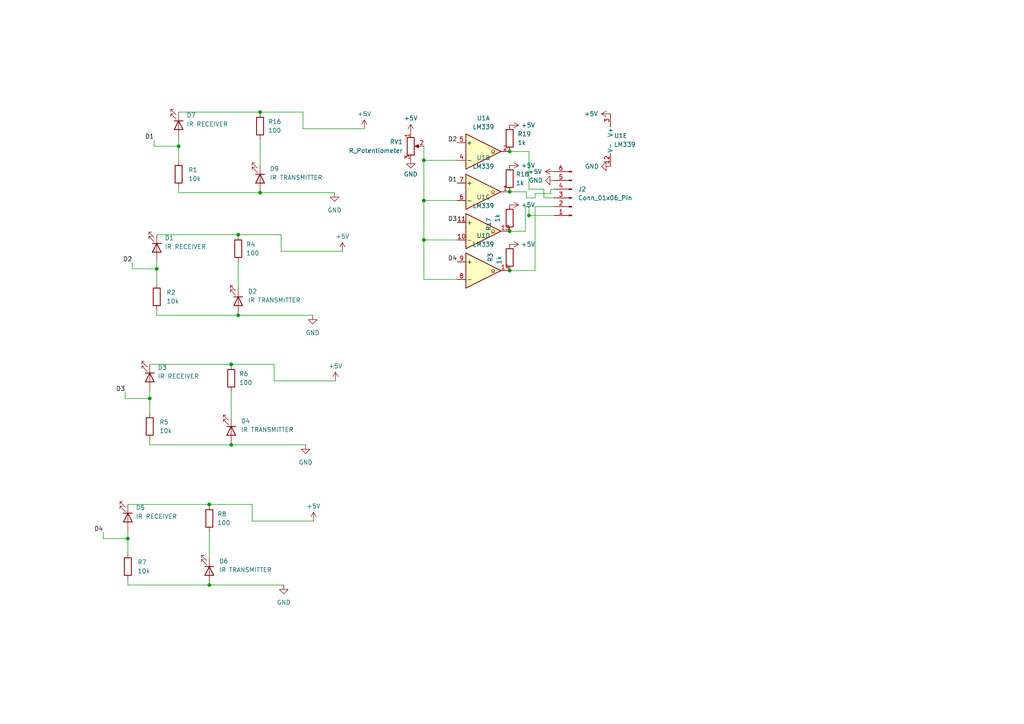
<source format=kicad_sch>
(kicad_sch (version 20230121) (generator eeschema)
  (paper "A4")
  (lib_symbols
    (symbol "Comparator:LM339" (pin_names (offset 0.127))
      (property "Reference" "U" (at 0 5.08 0))
      (property "Value" "LM339" (at 0 -5.08 0))
      (symbol "LM339_1_1"
        (polyline (pts (xy -5.08 5.08) (xy 5.08 0) (xy -5.08 -5.08) (xy -5.08 5.08)) (stroke (width 0.254)) (fill (type background)))
        (polyline (pts (xy 3.302 -0.508) (xy 2.794 -0.508) (xy 3.302 0) (xy 2.794 0.508) (xy 2.286 0) (xy 2.794 -0.508) (xy 2.286 -0.508)) (stroke (width 0.127)))
        (pin open_collector line (at 7.62 0 180) (length 2.54) (name "~") (number "2"))
        (pin input line (at -7.62 -2.54 0) (length 2.54) (name "-") (number "4"))
        (pin input line (at -7.62 2.54 0) (length 2.54) (name "+") (number "5"))
      )
      (symbol "LM339_2_1"
        (polyline (pts (xy -5.08 5.08) (xy 5.08 0) (xy -5.08 -5.08) (xy -5.08 5.08)) (stroke (width 0.254)) (fill (type background)))
        (polyline (pts (xy 3.302 -0.508) (xy 2.794 -0.508) (xy 3.302 0) (xy 2.794 0.508) (xy 2.286 0) (xy 2.794 -0.508) (xy 2.286 -0.508)) (stroke (width 0.127)))
        (pin open_collector line (at 7.62 0 180) (length 2.54) (name "~") (number "1"))
        (pin input line (at -7.62 -2.54 0) (length 2.54) (name "-") (number "6"))
        (pin input line (at -7.62 2.54 0) (length 2.54) (name "+") (number "7"))
      )
      (symbol "LM339_3_1"
        (polyline (pts (xy -5.08 5.08) (xy 5.08 0) (xy -5.08 -5.08) (xy -5.08 5.08)) (stroke (width 0.254)) (fill (type background)))
        (polyline (pts (xy 3.302 -0.508) (xy 2.794 -0.508) (xy 3.302 0) (xy 2.794 0.508) (xy 2.286 0) (xy 2.794 -0.508) (xy 2.286 -0.508)) (stroke (width 0.127)))
        (pin input line (at -7.62 -2.54 0) (length 2.54) (name "-") (number "10"))
        (pin input line (at -7.62 2.54 0) (length 2.54) (name "+") (number "11"))
        (pin open_collector line (at 7.62 0 180) (length 2.54) (name "~") (number "13"))
      )
      (symbol "LM339_4_1"
        (polyline (pts (xy -5.08 5.08) (xy 5.08 0) (xy -5.08 -5.08) (xy -5.08 5.08)) (stroke (width 0.254)) (fill (type background)))
        (polyline (pts (xy 3.302 -0.508) (xy 2.794 -0.508) (xy 3.302 0) (xy 2.794 0.508) (xy 2.286 0) (xy 2.794 -0.508) (xy 2.286 -0.508)) (stroke (width 0.127)))
        (pin open_collector line (at 7.62 0 180) (length 2.54) (name "~") (number "14"))
        (pin input line (at -7.62 -2.54 0) (length 2.54) (name "-") (number "8"))
        (pin input line (at -7.62 2.54 0) (length 2.54) (name "+") (number "9"))
      )
      (symbol "LM339_5_1"
        (pin power_in line (at -2.54 -7.62 90) (length 3.81) (name "V-") (number "12"))
        (pin power_in line (at -2.54 7.62 270) (length 3.81) (name "V+") (number "3"))
      )
    )
    (symbol "Connector:Conn_01x06_Pin" (pin_names (offset 1.016) hide)
      (property "Reference" "J" (at 0 7.62 0))
      (property "Value" "Conn_01x06_Pin" (at 0 -10.16 0))
      (symbol "Conn_01x06_Pin_1_1"
        (polyline (pts (xy 1.27 -7.62) (xy 0.8636 -7.62)) (stroke (width 0.1524)))
        (polyline (pts (xy 1.27 -5.08) (xy 0.8636 -5.08)) (stroke (width 0.1524)))
        (polyline (pts (xy 1.27 -2.54) (xy 0.8636 -2.54)) (stroke (width 0.1524)))
        (polyline (pts (xy 1.27 0) (xy 0.8636 0)) (stroke (width 0.1524)))
        (polyline (pts (xy 1.27 2.54) (xy 0.8636 2.54)) (stroke (width 0.1524)))
        (polyline (pts (xy 1.27 5.08) (xy 0.8636 5.08)) (stroke (width 0.1524)))
        (rectangle (start 0.8636 -7.493) (end 0 -7.747) (stroke (width 0.1524)) (fill (type outline)))
        (rectangle (start 0.8636 -4.953) (end 0 -5.207) (stroke (width 0.1524)) (fill (type outline)))
        (rectangle (start 0.8636 -2.413) (end 0 -2.667) (stroke (width 0.1524)) (fill (type outline)))
        (rectangle (start 0.8636 0.127) (end 0 -0.127) (stroke (width 0.1524)) (fill (type outline)))
        (rectangle (start 0.8636 2.667) (end 0 2.413) (stroke (width 0.1524)) (fill (type outline)))
        (rectangle (start 0.8636 5.207) (end 0 4.953) (stroke (width 0.1524)) (fill (type outline)))
        (pin passive line (at 5.08 5.08 180) (length 3.81) (name "Pin_1") (number "1"))
        (pin passive line (at 5.08 2.54 180) (length 3.81) (name "Pin_2") (number "2"))
        (pin passive line (at 5.08 0 180) (length 3.81) (name "Pin_3") (number "3"))
        (pin passive line (at 5.08 -2.54 180) (length 3.81) (name "Pin_4") (number "4"))
        (pin passive line (at 5.08 -5.08 180) (length 3.81) (name "Pin_5") (number "5"))
        (pin passive line (at 5.08 -7.62 180) (length 3.81) (name "Pin_6") (number "6"))
      )
    )
    (symbol "Device:LED" (pin_numbers hide) (pin_names (offset 1.016) hide)
      (property "Reference" "D" (at 0 2.54 0))
      (property "Value" "LED" (at 0 -2.54 0))
      (symbol "LED_0_1"
        (polyline (pts (xy -1.27 -1.27) (xy -1.27 1.27)) (stroke (width 0.254)))
        (polyline (pts (xy -1.27 0) (xy 1.27 0)))
        (polyline (pts (xy 1.27 -1.27) (xy 1.27 1.27) (xy -1.27 0) (xy 1.27 -1.27)) (stroke (width 0.254)))
        (polyline (pts (xy -3.048 -0.762) (xy -4.572 -2.286) (xy -3.81 -2.286) (xy -4.572 -2.286) (xy -4.572 -1.524)))
        (polyline (pts (xy -1.778 -0.762) (xy -3.302 -2.286) (xy -2.54 -2.286) (xy -3.302 -2.286) (xy -3.302 -1.524)))
      )
      (symbol "LED_1_1"
        (pin passive line (at -3.81 0 0) (length 2.54) (name "K") (number "1"))
        (pin passive line (at 3.81 0 180) (length 2.54) (name "A") (number "2"))
      )
    )
    (symbol "Device:R" (pin_numbers hide) (pin_names (offset 0))
      (property "Reference" "R" (at 2.032 0 90))
      (property "Value" "R" (at 0 0 90))
      (symbol "R_0_1"
        (rectangle (start -1.016 -2.54) (end 1.016 2.54) (stroke (width 0.254)))
      )
      (symbol "R_1_1"
        (pin passive line (at 0 3.81 270) (length 1.27) (name "~") (number "1"))
        (pin passive line (at 0 -3.81 90) (length 1.27) (name "~") (number "2"))
      )
    )
    (symbol "Device:R_Potentiometer" (pin_names (offset 1.016) hide)
      (property "Reference" "RV" (at -4.445 0 90))
      (property "Value" "R_Potentiometer" (at -2.54 0 90))
      (symbol "R_Potentiometer_0_1"
        (polyline (pts (xy 2.54 0) (xy 1.524 0)))
        (polyline (pts (xy 1.143 0) (xy 2.286 0.508) (xy 2.286 -0.508) (xy 1.143 0)) (fill (type outline)))
        (rectangle (start 1.016 2.54) (end -1.016 -2.54) (stroke (width 0.254)))
      )
      (symbol "R_Potentiometer_1_1"
        (pin passive line (at 0 3.81 270) (length 1.27) (name "1") (number "1"))
        (pin passive line (at 3.81 0 180) (length 1.27) (name "2") (number "2"))
        (pin passive line (at 0 -3.81 90) (length 1.27) (name "3") (number "3"))
      )
    )
    (symbol "power:+5V" (power) (pin_names (offset 0))
      (property "Value" "+5V" (at 0 3.556 0))
      (symbol "+5V_0_1"
        (polyline (pts (xy -0.762 1.27) (xy 0 2.54)))
        (polyline (pts (xy 0 0) (xy 0 2.54)))
        (polyline (pts (xy 0 2.54) (xy 0.762 1.27)))
      )
      (symbol "+5V_1_1"
        (pin power_in line (at 0 0 90) (length 0) hide (name "+5V") (number "1"))
      )
    )
    (symbol "power:GND" (power) (pin_names (offset 0))
      (property "Value" "GND" (at 0 -3.81 0))
      (symbol "GND_0_1"
        (polyline (pts (xy 0 0) (xy 0 -1.27) (xy 1.27 -1.27) (xy 0 -2.54) (xy -1.27 -1.27) (xy 0 -1.27)))
      )
      (symbol "GND_1_1"
        (pin power_in line (at 0 0 270) (length 0) hide (name "GND") (number "1"))
      )
    )
  )
  (junction (at 153.416 62.484))
  (junction (at 147.828 78.486))
  (junction (at 122.936 69.596))
  (junction (at 147.828 43.942))
  (junction (at 67.056 129.032))
  (junction (at 147.828 67.056))
  (junction (at 75.438 55.88))
  (junction (at 45.466 77.978))
  (junction (at 51.816 42.418))
  (junction (at 37.084 156.21))
  (junction (at 75.438 32.512))
  (junction (at 69.088 68.072))
  (junction (at 147.828 55.626))
  (junction (at 60.706 169.672))
  (junction (at 43.434 115.57))
  (junction (at 67.056 105.664))
  (junction (at 60.706 146.304))
  (junction (at 122.936 58.166))
  (junction (at 69.088 91.44))
  (junction (at 122.936 46.482))
  (wire (pts (xy 45.466 89.916) (xy 45.466 91.44)))
  (wire (pts (xy 82.296 169.672) (xy 60.706 169.672)))
  (wire (pts (xy 51.816 54.356) (xy 51.816 55.88)))
  (wire (pts (xy 37.084 146.304) (xy 60.706 146.304)))
  (wire (pts (xy 69.088 75.946) (xy 69.088 83.566)))
  (wire (pts (xy 152.4 59.944) (xy 153.416 59.944)))
  (wire (pts (xy 43.434 119.888) (xy 43.434 115.57)))
  (wire (pts (xy 147.828 43.942) (xy 153.416 43.942)))
  (wire (pts (xy 60.706 146.304) (xy 60.706 146.558)))
  (wire (pts (xy 37.084 169.672) (xy 60.706 169.672)))
  (wire (pts (xy 73.152 146.304) (xy 60.706 146.304)))
  (wire (pts (xy 155.194 57.404) (xy 155.194 56.134)))
  (wire (pts (xy 132.588 81.026) (xy 122.936 81.026)))
  (wire (pts (xy 155.194 59.944) (xy 155.194 78.486)))
  (wire (pts (xy 122.936 69.596) (xy 122.936 81.026)))
  (wire (pts (xy 43.434 105.664) (xy 67.056 105.664)))
  (wire (pts (xy 87.884 32.512) (xy 75.438 32.512)))
  (wire (pts (xy 67.056 105.664) (xy 67.056 105.918)))
  (wire (pts (xy 75.438 32.512) (xy 75.438 32.766)))
  (wire (pts (xy 122.936 46.482) (xy 122.936 58.166)))
  (wire (pts (xy 51.816 42.418) (xy 51.816 40.132)))
  (wire (pts (xy 75.438 55.626) (xy 75.438 55.88)))
  (wire (pts (xy 43.434 127.508) (xy 43.434 129.032)))
  (wire (pts (xy 153.416 59.944) (xy 153.416 62.484)))
  (wire (pts (xy 155.194 78.486) (xy 147.828 78.486)))
  (wire (pts (xy 81.534 68.072) (xy 69.088 68.072)))
  (wire (pts (xy 45.466 91.44) (xy 69.088 91.44)))
  (wire (pts (xy 152.654 57.404) (xy 155.194 57.404)))
  (wire (pts (xy 81.534 72.898) (xy 81.534 68.072)))
  (wire (pts (xy 152.4 59.944) (xy 152.4 67.056)))
  (wire (pts (xy 79.502 105.664) (xy 67.056 105.664)))
  (wire (pts (xy 122.936 42.418) (xy 122.936 46.482)))
  (wire (pts (xy 90.678 91.44) (xy 69.088 91.44)))
  (wire (pts (xy 152.4 67.056) (xy 147.828 67.056)))
  (wire (pts (xy 45.466 68.072) (xy 69.088 68.072)))
  (wire (pts (xy 38.354 76.2) (xy 38.354 77.978)))
  (wire (pts (xy 43.434 115.57) (xy 43.434 113.284)))
  (wire (pts (xy 44.704 42.418) (xy 51.816 42.418)))
  (wire (pts (xy 97.282 110.49) (xy 79.502 110.49)))
  (wire (pts (xy 43.434 129.032) (xy 67.056 129.032)))
  (wire (pts (xy 69.088 68.072) (xy 69.088 68.326)))
  (wire (pts (xy 152.654 57.404) (xy 152.654 55.626)))
  (wire (pts (xy 105.664 37.338) (xy 87.884 37.338)))
  (wire (pts (xy 79.502 110.49) (xy 79.502 105.664)))
  (wire (pts (xy 153.416 54.864) (xy 157.734 54.864)))
  (wire (pts (xy 37.084 156.21) (xy 37.084 153.924)))
  (wire (pts (xy 159.766 54.864) (xy 160.782 54.864)))
  (wire (pts (xy 36.322 115.57) (xy 43.434 115.57)))
  (wire (pts (xy 153.416 54.864) (xy 153.416 43.942)))
  (wire (pts (xy 29.972 156.21) (xy 37.084 156.21)))
  (wire (pts (xy 44.704 40.64) (xy 44.704 42.418)))
  (wire (pts (xy 75.438 40.386) (xy 75.438 48.006)))
  (wire (pts (xy 153.416 62.484) (xy 153.416 62.992)))
  (wire (pts (xy 99.314 72.898) (xy 81.534 72.898)))
  (wire (pts (xy 157.734 57.404) (xy 160.782 57.404)))
  (wire (pts (xy 45.466 82.296) (xy 45.466 77.978)))
  (wire (pts (xy 36.322 113.792) (xy 36.322 115.57)))
  (wire (pts (xy 122.936 58.166) (xy 122.936 69.596)))
  (wire (pts (xy 132.588 58.166) (xy 122.936 58.166)))
  (wire (pts (xy 29.972 154.432) (xy 29.972 156.21)))
  (wire (pts (xy 45.466 77.978) (xy 45.466 75.692)))
  (wire (pts (xy 155.194 56.134) (xy 159.766 56.134)))
  (wire (pts (xy 157.734 54.864) (xy 157.734 57.404)))
  (wire (pts (xy 51.816 55.88) (xy 75.438 55.88)))
  (wire (pts (xy 37.084 168.148) (xy 37.084 169.672)))
  (wire (pts (xy 51.816 46.736) (xy 51.816 42.418)))
  (wire (pts (xy 60.706 169.418) (xy 60.706 169.672)))
  (wire (pts (xy 67.056 113.538) (xy 67.056 121.158)))
  (wire (pts (xy 88.646 129.032) (xy 67.056 129.032)))
  (wire (pts (xy 97.028 55.88) (xy 75.438 55.88)))
  (wire (pts (xy 60.706 154.178) (xy 60.706 161.798)))
  (wire (pts (xy 159.766 56.134) (xy 159.766 54.864)))
  (wire (pts (xy 152.654 55.626) (xy 147.828 55.626)))
  (wire (pts (xy 73.152 151.13) (xy 73.152 146.304)))
  (wire (pts (xy 67.056 128.778) (xy 67.056 129.032)))
  (wire (pts (xy 69.088 91.186) (xy 69.088 91.44)))
  (wire (pts (xy 153.416 62.484) (xy 160.782 62.484)))
  (wire (pts (xy 37.084 160.528) (xy 37.084 156.21)))
  (wire (pts (xy 90.932 151.13) (xy 73.152 151.13)))
  (wire (pts (xy 132.588 69.596) (xy 122.936 69.596)))
  (wire (pts (xy 155.194 59.944) (xy 160.782 59.944)))
  (wire (pts (xy 38.354 77.978) (xy 45.466 77.978)))
  (wire (pts (xy 87.884 37.338) (xy 87.884 32.512)))
  (wire (pts (xy 51.816 32.512) (xy 75.438 32.512)))
  (wire (pts (xy 122.936 46.482) (xy 132.588 46.482)))
  (label "D2" (at 132.588 41.402 180))
  (label "D3" (at 132.588 64.516 180))
  (label "D3" (at 36.322 113.792 180))
  (label "D1" (at 44.704 40.64 180))
  (label "D1" (at 132.588 53.086 180))
  (label "D4" (at 132.588 75.946 180))
  (label "D2" (at 38.354 76.2 180))
  (label "D4" (at 29.972 154.432 180))
  (symbol (lib_id "power:+5V") (at 177.038 33.02 90) (unit 1)
    (property "Reference" "#PWR012" (effects hide))
    (property "Value" "+5V" (at 173.482 33.02 90) (effects (justify left)))
  )
  (symbol (lib_id "power:+5V") (at 105.664 37.338 0) (unit 1)
    (property "Reference" "#PWR01" (effects hide))
    (property "Value" "+5V" (at 105.664 33.02 0))
  )
  (symbol (lib_id "Device:LED") (at 69.088 87.376 270) (unit 1)
    (property "Reference" "D2" (at 71.882 84.5185 90) (effects (justify left)))
    (property "Value" "IR TRANSMITTER" (at 71.882 87.0585 90) (effects (justify left)))
    (property "Footprint" "LED_THT:LED_D5.0mm" (effects hide))
  )
  (symbol (lib_id "Device:R") (at 147.828 51.816 180) (unit 1)
    (property "Reference" "R18" (at 149.606 50.546 0) (effects (justify right)))
    (property "Value" "1k" (at 149.606 53.086 0) (effects (justify right)))
    (property "Footprint" "Resistor_SMD:R_1206_3216Metric_Pad1.30x1.75mm_HandSolder" (effects hide))
  )
  (symbol (lib_id "Device:LED") (at 45.466 71.882 270) (unit 1)
    (property "Reference" "D1" (at 47.752 69.0245 90) (effects (justify left)))
    (property "Value" "IR RECEIVER" (at 47.752 71.5645 90) (effects (justify left)))
    (property "Footprint" "LED_THT:LED_D5.0mm" (effects hide))
  )
  (symbol (lib_id "Device:R") (at 147.828 63.246 180) (unit 1)
    (property "Reference" "R17" (at 141.732 65.024 90))
    (property "Value" "1k" (at 144.272 63.246 90))
    (property "Footprint" "Resistor_SMD:R_1206_3216Metric_Pad1.30x1.75mm_HandSolder" (effects hide))
  )
  (symbol (lib_id "power:+5V") (at 147.828 36.322 270) (unit 1)
    (property "Reference" "#PWR011" (effects hide))
    (property "Value" "+5V" (at 151.13 36.322 90) (effects (justify left)))
  )
  (symbol (lib_id "Device:R") (at 43.434 123.698 0) (unit 1)
    (property "Reference" "R5" (at 46.228 122.428 0) (effects (justify left)))
    (property "Value" "10k" (at 46.228 124.968 0) (effects (justify left)))
    (property "Footprint" "Resistor_THT:R_Axial_DIN0411_L9.9mm_D3.6mm_P5.08mm_Vertical" (effects hide))
  )
  (symbol (lib_id "power:GND") (at 97.028 55.88 0) (unit 1)
    (property "Reference" "#PWR02" (effects hide))
    (property "Value" "GND" (at 97.028 60.96 0))
  )
  (symbol (lib_id "Comparator:LM339") (at 140.208 43.942 0) (unit 1)
    (property "Reference" "U1" (at 140.208 34.29 0))
    (property "Value" "LM339" (at 140.208 36.83 0))
    (property "Footprint" "Package_DIP:DIP-14_W7.62mm" (effects hide))
    (property "Datasheet" "https://www.st.com/resource/en/datasheet/lm139.pdf" (effects hide))
  )
  (symbol (lib_id "Connector:Conn_01x06_Pin") (at 165.862 57.404 180) (unit 1)
    (property "Reference" "J2" (at 167.64 54.864 0) (effects (justify right)))
    (property "Value" "Conn_01x06_Pin" (at 167.64 57.404 0) (effects (justify right)))
    (property "Footprint" "Connector_PinHeader_2.54mm:PinHeader_1x06_P2.54mm_Vertical" (effects hide))
  )
  (symbol (lib_id "power:+5V") (at 160.782 49.784 90) (unit 1)
    (property "Reference" "#PWR09" (effects hide))
    (property "Value" "+5V" (at 157.226 49.784 90) (effects (justify left)))
  )
  (symbol (lib_id "Device:LED") (at 75.438 51.816 270) (unit 1)
    (property "Reference" "D9" (at 78.232 48.9585 90) (effects (justify left)))
    (property "Value" "IR TRANSMITTER" (at 78.232 51.4985 90) (effects (justify left)))
    (property "Footprint" "LED_THT:LED_D5.0mm" (effects hide))
  )
  (symbol (lib_id "Device:R") (at 75.438 36.576 0) (unit 1)
    (property "Reference" "R16" (at 77.724 35.306 0) (effects (justify left)))
    (property "Value" "100" (at 77.724 37.846 0) (effects (justify left)))
    (property "Footprint" "Resistor_SMD:R_1206_3216Metric_Pad1.30x1.75mm_HandSolder" (effects hide))
  )
  (symbol (lib_id "power:+5V") (at 90.932 151.13 0) (unit 1)
    (property "Reference" "#PWR08" (effects hide))
    (property "Value" "+5V" (at 90.932 146.812 0))
  )
  (symbol (lib_id "power:GND") (at 82.296 169.672 0) (unit 1)
    (property "Reference" "#PWR07" (effects hide))
    (property "Value" "GND" (at 82.296 174.752 0))
  )
  (symbol (lib_id "Comparator:LM339") (at 140.208 67.056 0) (unit 3)
    (property "Reference" "U1" (at 140.208 57.15 0))
    (property "Value" "LM339" (at 140.208 59.69 0))
    (property "Footprint" "Package_DIP:DIP-14_W7.62mm" (effects hide))
    (property "Datasheet" "https://www.st.com/resource/en/datasheet/lm139.pdf" (effects hide))
  )
  (symbol (lib_id "Device:R") (at 37.084 164.338 0) (unit 1)
    (property "Reference" "R7" (at 39.878 163.068 0) (effects (justify left)))
    (property "Value" "10k" (at 39.878 165.608 0) (effects (justify left)))
    (property "Footprint" "Resistor_THT:R_Axial_DIN0411_L9.9mm_D3.6mm_P5.08mm_Vertical" (effects hide))
  )
  (symbol (lib_id "power:+5V") (at 147.828 70.866 270) (unit 1)
    (property "Reference" "#PWR018" (effects hide))
    (property "Value" "+5V" (at 151.13 70.866 90) (effects (justify left)))
  )
  (symbol (lib_id "power:+5V") (at 99.314 72.898 0) (unit 1)
    (property "Reference" "#PWR04" (effects hide))
    (property "Value" "+5V" (at 99.314 68.58 0))
  )
  (symbol (lib_id "Device:R") (at 60.706 150.368 0) (unit 1)
    (property "Reference" "R8" (at 62.992 149.098 0) (effects (justify left)))
    (property "Value" "100" (at 62.992 151.638 0) (effects (justify left)))
    (property "Footprint" "Resistor_SMD:R_1206_3216Metric_Pad1.30x1.75mm_HandSolder" (effects hide))
  )
  (symbol (lib_id "Device:R") (at 67.056 109.728 0) (unit 1)
    (property "Reference" "R6" (at 69.342 108.458 0) (effects (justify left)))
    (property "Value" "100" (at 69.342 110.998 0) (effects (justify left)))
    (property "Footprint" "Resistor_SMD:R_1206_3216Metric_Pad1.30x1.75mm_HandSolder" (effects hide))
  )
  (symbol (lib_id "Device:LED") (at 67.056 124.968 270) (unit 1)
    (property "Reference" "D4" (at 69.85 122.1105 90) (effects (justify left)))
    (property "Value" "IR TRANSMITTER" (at 69.85 124.6505 90) (effects (justify left)))
    (property "Footprint" "LED_THT:LED_D5.0mm" (effects hide))
  )
  (symbol (lib_id "Device:R") (at 69.088 72.136 0) (unit 1)
    (property "Reference" "R4" (at 71.374 70.866 0) (effects (justify left)))
    (property "Value" "100" (at 71.374 73.406 0) (effects (justify left)))
    (property "Footprint" "Resistor_SMD:R_1206_3216Metric_Pad1.30x1.75mm_HandSolder" (effects hide))
  )
  (symbol (lib_id "Device:LED") (at 37.084 150.114 270) (unit 1)
    (property "Reference" "D5" (at 39.37 147.2565 90) (effects (justify left)))
    (property "Value" "IR RECEIVER" (at 39.37 149.7965 90) (effects (justify left)))
    (property "Footprint" "LED_THT:LED_D5.0mm" (effects hide))
  )
  (symbol (lib_id "Device:LED") (at 51.816 36.322 270) (unit 1)
    (property "Reference" "D7" (at 54.102 33.4645 90) (effects (justify left)))
    (property "Value" "IR RECEIVER" (at 54.102 36.0045 90) (effects (justify left)))
    (property "Footprint" "LED_THT:LED_D5.0mm" (effects hide))
  )
  (symbol (lib_id "Comparator:LM339") (at 140.208 78.486 0) (unit 4)
    (property "Reference" "U1" (at 140.208 68.326 0))
    (property "Value" "LM339" (at 140.208 70.866 0))
    (property "Footprint" "Package_DIP:DIP-14_W7.62mm" (effects hide))
    (property "Datasheet" "https://www.st.com/resource/en/datasheet/lm139.pdf" (effects hide))
  )
  (symbol (lib_id "power:GND") (at 90.678 91.44 0) (unit 1)
    (property "Reference" "#PWR03" (effects hide))
    (property "Value" "GND" (at 90.678 96.52 0))
  )
  (symbol (lib_id "Device:R_Potentiometer") (at 119.126 42.418 0) (unit 1)
    (property "Reference" "RV1" (at 116.84 41.148 0) (effects (justify right)))
    (property "Value" "R_Potentiometer" (at 116.84 43.688 0) (effects (justify right)))
    (property "Footprint" "Potentiometer_THT:Potentiometer_Bourns_3299W_Vertical" (effects hide))
  )
  (symbol (lib_id "Device:R") (at 45.466 86.106 0) (unit 1)
    (property "Reference" "R2" (at 48.26 84.836 0) (effects (justify left)))
    (property "Value" "10k" (at 48.26 87.376 0) (effects (justify left)))
    (property "Footprint" "Resistor_THT:R_Axial_DIN0411_L9.9mm_D3.6mm_P5.08mm_Vertical" (effects hide))
  )
  (symbol (lib_id "Device:R") (at 51.816 50.546 0) (unit 1)
    (property "Reference" "R1" (at 54.61 49.276 0) (effects (justify left)))
    (property "Value" "10k" (at 54.61 51.816 0) (effects (justify left)))
    (property "Footprint" "Resistor_THT:R_Axial_DIN0411_L9.9mm_D3.6mm_P5.08mm_Vertical" (effects hide))
  )
  (symbol (lib_id "Comparator:LM339") (at 140.208 55.626 0) (unit 2)
    (property "Reference" "U1" (at 140.208 45.72 0))
    (property "Value" "LM339" (at 140.208 48.26 0))
    (property "Footprint" "Package_DIP:DIP-14_W7.62mm" (effects hide))
    (property "Datasheet" "https://www.st.com/resource/en/datasheet/lm139.pdf" (effects hide))
  )
  (symbol (lib_id "power:+5V") (at 147.828 59.436 270) (unit 1)
    (property "Reference" "#PWR017" (effects hide))
    (property "Value" "+5V" (at 151.13 59.436 90) (effects (justify left)))
  )
  (symbol (lib_id "Device:LED") (at 60.706 165.608 270) (unit 1)
    (property "Reference" "D6" (at 63.5 162.7505 90) (effects (justify left)))
    (property "Value" "IR TRANSMITTER" (at 63.5 165.2905 90) (effects (justify left)))
    (property "Footprint" "LED_THT:LED_D5.0mm" (effects hide))
  )
  (symbol (lib_id "power:GND") (at 88.646 129.032 0) (unit 1)
    (property "Reference" "#PWR05" (effects hide))
    (property "Value" "GND" (at 88.646 134.112 0))
  )
  (symbol (lib_id "power:GND") (at 119.126 46.228 0) (unit 1)
    (property "Reference" "#PWR014" (effects hide))
    (property "Value" "GND" (at 119.126 50.546 0))
  )
  (symbol (lib_id "power:+5V") (at 147.828 48.006 270) (unit 1)
    (property "Reference" "#PWR016" (effects hide))
    (property "Value" "+5V" (at 151.13 48.006 90) (effects (justify left)))
  )
  (symbol (lib_id "Comparator:LM339") (at 179.578 40.64 0) (unit 5)
    (property "Reference" "U1" (at 178.054 39.37 0) (effects (justify left)))
    (property "Value" "LM339" (at 178.054 41.91 0) (effects (justify left)))
    (property "Footprint" "Package_DIP:DIP-14_W7.62mm" (effects hide))
    (property "Datasheet" "https://www.st.com/resource/en/datasheet/lm139.pdf" (effects hide))
  )
  (symbol (lib_id "power:+5V") (at 119.126 38.608 0) (unit 1)
    (property "Reference" "#PWR015" (effects hide))
    (property "Value" "+5V" (at 119.126 34.29 0))
  )
  (symbol (lib_id "power:+5V") (at 97.282 110.49 0) (unit 1)
    (property "Reference" "#PWR06" (effects hide))
    (property "Value" "+5V" (at 97.282 106.172 0))
  )
  (symbol (lib_id "Device:R") (at 147.828 74.676 180) (unit 1)
    (property "Reference" "R3" (at 142.24 74.676 90))
    (property "Value" "1k" (at 144.78 75.438 90))
    (property "Footprint" "Resistor_SMD:R_1206_3216Metric_Pad1.30x1.75mm_HandSolder" (effects hide))
  )
  (symbol (lib_id "power:GND") (at 160.782 52.324 270) (unit 1)
    (property "Reference" "#PWR010" (effects hide))
    (property "Value" "GND" (at 157.48 52.324 90) (effects (justify right)))
  )
  (symbol (lib_id "power:GND") (at 177.038 48.26 270) (unit 1)
    (property "Reference" "#PWR013" (effects hide))
    (property "Value" "GND" (at 173.736 48.26 90) (effects (justify right)))
  )
  (symbol (lib_id "Device:R") (at 147.828 40.132 180) (unit 1)
    (property "Reference" "R19" (at 150.114 38.862 0) (effects (justify right)))
    (property "Value" "1k" (at 150.114 41.402 0) (effects (justify right)))
    (property "Footprint" "Resistor_SMD:R_1206_3216Metric_Pad1.30x1.75mm_HandSolder" (effects hide))
  )
  (symbol (lib_id "Device:LED") (at 43.434 109.474 270) (unit 1)
    (property "Reference" "D3" (at 45.72 106.6165 90) (effects (justify left)))
    (property "Value" "IR RECEIVER" (at 45.72 109.1565 90) (effects (justify left)))
    (property "Footprint" "LED_THT:LED_D5.0mm" (effects hide))
  )
)
</source>
